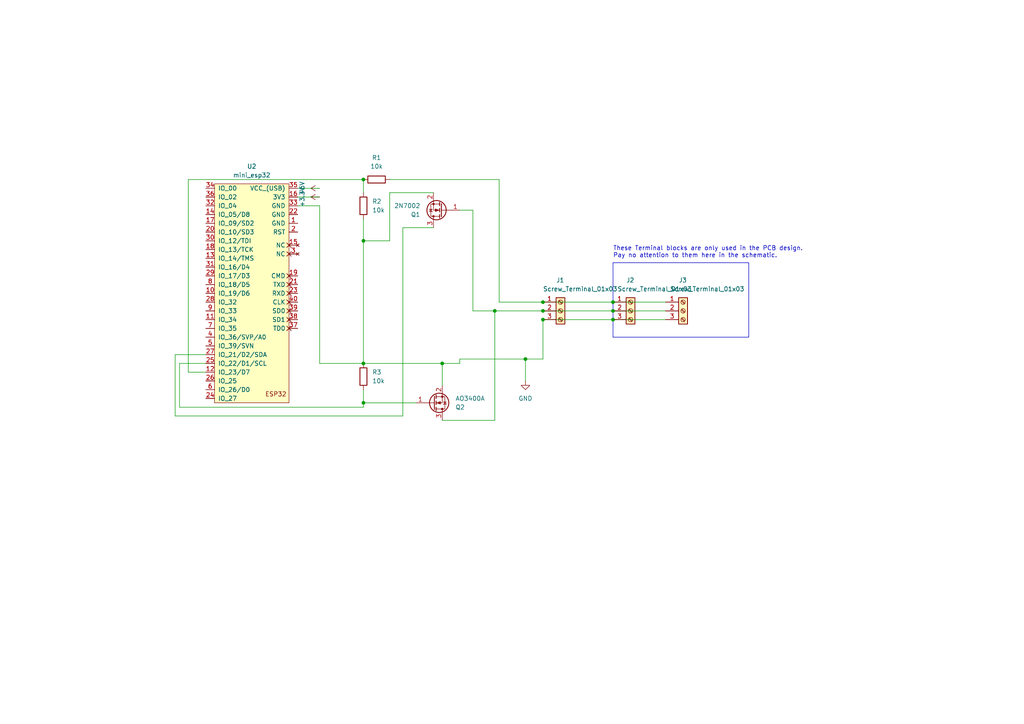
<source format=kicad_sch>
(kicad_sch (version 20230121) (generator eeschema)
  (paper "A4")
  (lib_symbols
    (symbol "Connector:Screw_Terminal_01x03" (pin_names (offset 1.016) hide)
      (property "Reference" "J" (at 0 5.08 0))
      (property "Value" "Screw_Terminal_01x03" (at 0 -5.08 0))
      (symbol "Screw_Terminal_01x03_1_1"
        (rectangle (start -1.27 3.81) (end 1.27 -3.81) (stroke (width 0.254)) (fill (type background)))
        (circle (center 0 -2.54) (radius 0.635) (stroke (width 0.1524)))
        (polyline (pts (xy -0.5334 -2.2098) (xy 0.3302 -3.048)) (stroke (width 0.1524)))
        (polyline (pts (xy -0.5334 0.3302) (xy 0.3302 -0.508)) (stroke (width 0.1524)))
        (polyline (pts (xy -0.5334 2.8702) (xy 0.3302 2.032)) (stroke (width 0.1524)))
        (polyline (pts (xy -0.3556 -2.032) (xy 0.508 -2.8702)) (stroke (width 0.1524)))
        (polyline (pts (xy -0.3556 0.508) (xy 0.508 -0.3302)) (stroke (width 0.1524)))
        (polyline (pts (xy -0.3556 3.048) (xy 0.508 2.2098)) (stroke (width 0.1524)))
        (circle (center 0 0) (radius 0.635) (stroke (width 0.1524)))
        (circle (center 0 2.54) (radius 0.635) (stroke (width 0.1524)))
        (pin passive line (at -5.08 2.54 0) (length 3.81) (name "Pin_1") (number "1"))
        (pin passive line (at -5.08 0 0) (length 3.81) (name "Pin_2") (number "2"))
        (pin passive line (at -5.08 -2.54 0) (length 3.81) (name "Pin_3") (number "3"))
      )
    )
    (symbol "Device:R" (pin_numbers hide) (pin_names (offset 0))
      (property "Reference" "R" (at 2.032 0 90))
      (property "Value" "R" (at 0 0 90))
      (symbol "R_0_1"
        (rectangle (start -1.016 -2.54) (end 1.016 2.54) (stroke (width 0.254)))
      )
      (symbol "R_1_1"
        (pin passive line (at 0 3.81 270) (length 1.27) (name "~") (number "1"))
        (pin passive line (at 0 -3.81 90) (length 1.27) (name "~") (number "2"))
      )
    )
    (symbol "ESP32_mini:mini_esp32" (pin_names (offset 1.016))
      (property "Reference" "U" (at -7.62 -50.8 0))
      (property "Value" "mini_esp32" (at 5.08 -59.69 0))
      (symbol "mini_esp32_0_0"
        (text "ESP32" (at 7.62 -62.23 0) (effects (font (size 1.27 1.27))))
        (pin power_in line (at 13.97 -12.7 180) (length 2.54) (name "GND") (number "1"))
        (pin input line (at 13.97 -15.24 180) (length 2.54) (name "RST") (number "2"))
        (pin no_connect non_logic (at 13.97 -21.59 180) (length 2.54) (name "NC") (number "3"))
        (pin bidirectional line (at -12.7 -45.72 0) (length 2.54) (name "IO_36/SVP/A0") (number "4"))
        (pin bidirectional line (at -12.7 -48.26 0) (length 2.54) (name "IO_39/SVN") (number "5"))
      )
      (symbol "mini_esp32_0_1"
        (rectangle (start -10.16 -1.27) (end 11.43 -64.77) (fill (type background)))
      )
      (symbol "mini_esp32_1_1"
        (pin bidirectional line (at -12.7 -33.02 0) (length 2.54) (name "IO_19/D6") (number "10"))
        (pin bidirectional line (at -12.7 -40.64 0) (length 2.54) (name "IO_34") (number "11"))
        (pin bidirectional line (at -12.7 -55.88 0) (length 2.54) (name "IO_23/D7") (number "12"))
        (pin bidirectional line (at -12.7 -22.86 0) (length 2.54) (name "IO_14/TMS") (number "13"))
        (pin bidirectional line (at -12.7 -10.16 0) (length 2.54) (name "IO_05/D8") (number "14"))
        (pin no_connect non_logic (at 13.97 -19.05 180) (length 2.54) (name "NC") (number "15"))
        (pin power_in line (at 13.97 -5.08 180) (length 2.54) (name "3V3") (number "16"))
        (pin bidirectional line (at -12.7 -12.7 0) (length 2.54) (name "IO_09/SD2") (number "17"))
        (pin bidirectional line (at -12.7 -20.32 0) (length 2.54) (name "IO_13/TCK") (number "18"))
        (pin passive non_logic (at 13.97 -27.94 180) (length 2.54) (name "CMD") (number "19"))
        (pin bidirectional line (at -12.7 -15.24 0) (length 2.54) (name "IO_10/SD3") (number "20"))
        (pin passive non_logic (at 13.97 -30.48 180) (length 2.54) (name "TXD") (number "21"))
        (pin power_in line (at 13.97 -10.16 180) (length 2.54) (name "GND") (number "22"))
        (pin passive non_logic (at 13.97 -33.02 180) (length 2.54) (name "RXD") (number "23"))
        (pin bidirectional line (at -12.7 -63.5 0) (length 2.54) (name "IO_27") (number "24"))
        (pin bidirectional line (at -12.7 -53.34 0) (length 2.54) (name "IO_22/D1/SCL") (number "25"))
        (pin bidirectional line (at -12.7 -58.42 0) (length 2.54) (name "IO_25") (number "26"))
        (pin bidirectional line (at -12.7 -50.8 0) (length 2.54) (name "IO_21/D2/SDA") (number "27"))
        (pin bidirectional line (at -12.7 -35.56 0) (length 2.54) (name "IO_32") (number "28"))
        (pin bidirectional line (at -12.7 -27.94 0) (length 2.54) (name "IO_17/D3") (number "29"))
        (pin bidirectional line (at -12.7 -17.78 0) (length 2.54) (name "IO_12/TDI") (number "30"))
        (pin bidirectional line (at -12.7 -25.4 0) (length 2.54) (name "IO_16/D4") (number "31"))
        (pin bidirectional line (at -12.7 -7.62 0) (length 2.54) (name "IO_04") (number "32"))
        (pin power_in line (at 13.97 -7.62 180) (length 2.54) (name "GND") (number "33"))
        (pin bidirectional line (at -12.7 -2.54 0) (length 2.54) (name "IO_00") (number "34"))
        (pin power_in line (at 13.97 -2.54 180) (length 2.54) (name "VCC_(USB)") (number "35"))
        (pin bidirectional line (at -12.7 -5.08 0) (length 2.54) (name "IO_02") (number "36"))
        (pin passive non_logic (at 13.97 -43.18 180) (length 2.54) (name "TD0") (number "37"))
        (pin passive non_logic (at 13.97 -40.64 180) (length 2.54) (name "SD1") (number "38"))
        (pin passive non_logic (at 13.97 -38.1 180) (length 2.54) (name "SD0") (number "39"))
        (pin passive non_logic (at 13.97 -35.56 180) (length 2.54) (name "CLK") (number "40"))
        (pin bidirectional line (at -12.7 -60.96 0) (length 2.54) (name "IO_26/D0") (number "6"))
        (pin bidirectional line (at -12.7 -43.18 0) (length 2.54) (name "IO_35") (number "7"))
        (pin bidirectional line (at -12.7 -30.48 0) (length 2.54) (name "IO_18/D5") (number "8"))
        (pin bidirectional line (at -12.7 -38.1 0) (length 2.54) (name "IO_33") (number "9"))
      )
    )
    (symbol "Transistor_FET:2N7002" (pin_names hide)
      (property "Reference" "Q" (at 5.08 1.905 0))
      (property "Value" "2N7002" (at 5.08 0 0))
      (symbol "2N7002_0_1"
        (polyline (pts (xy 0.254 0) (xy -2.54 0)))
        (polyline (pts (xy 0.254 1.905) (xy 0.254 -1.905)) (stroke (width 0.254)))
        (polyline (pts (xy 0.762 -1.27) (xy 0.762 -2.286)) (stroke (width 0.254)))
        (polyline (pts (xy 0.762 0.508) (xy 0.762 -0.508)) (stroke (width 0.254)))
        (polyline (pts (xy 0.762 2.286) (xy 0.762 1.27)) (stroke (width 0.254)))
        (polyline (pts (xy 2.54 2.54) (xy 2.54 1.778)))
        (polyline (pts (xy 2.54 -2.54) (xy 2.54 0) (xy 0.762 0)))
        (polyline (pts (xy 0.762 -1.778) (xy 3.302 -1.778) (xy 3.302 1.778) (xy 0.762 1.778)))
        (polyline (pts (xy 1.016 0) (xy 2.032 0.381) (xy 2.032 -0.381) (xy 1.016 0)) (fill (type outline)))
        (polyline (pts (xy 2.794 0.508) (xy 2.921 0.381) (xy 3.683 0.381) (xy 3.81 0.254)))
        (polyline (pts (xy 3.302 0.381) (xy 2.921 -0.254) (xy 3.683 -0.254) (xy 3.302 0.381)))
        (circle (center 1.651 0) (radius 2.794) (stroke (width 0.254)))
        (circle (center 2.54 -1.778) (radius 0.254) (fill (type outline)))
        (circle (center 2.54 1.778) (radius 0.254) (fill (type outline)))
      )
      (symbol "2N7002_1_1"
        (pin input line (at -5.08 0 0) (length 2.54) (name "G") (number "1"))
        (pin passive line (at 2.54 -5.08 90) (length 2.54) (name "S") (number "2"))
        (pin passive line (at 2.54 5.08 270) (length 2.54) (name "D") (number "3"))
      )
    )
    (symbol "Transistor_FET:AO3400A" (pin_names hide)
      (property "Reference" "Q" (at 5.08 1.905 0))
      (property "Value" "AO3400A" (at 5.08 0 0))
      (symbol "AO3400A_0_1"
        (polyline (pts (xy 0.254 0) (xy -2.54 0)))
        (polyline (pts (xy 0.254 1.905) (xy 0.254 -1.905)) (stroke (width 0.254)))
        (polyline (pts (xy 0.762 -1.27) (xy 0.762 -2.286)) (stroke (width 0.254)))
        (polyline (pts (xy 0.762 0.508) (xy 0.762 -0.508)) (stroke (width 0.254)))
        (polyline (pts (xy 0.762 2.286) (xy 0.762 1.27)) (stroke (width 0.254)))
        (polyline (pts (xy 2.54 2.54) (xy 2.54 1.778)))
        (polyline (pts (xy 2.54 -2.54) (xy 2.54 0) (xy 0.762 0)))
        (polyline (pts (xy 0.762 -1.778) (xy 3.302 -1.778) (xy 3.302 1.778) (xy 0.762 1.778)))
        (polyline (pts (xy 1.016 0) (xy 2.032 0.381) (xy 2.032 -0.381) (xy 1.016 0)) (fill (type outline)))
        (polyline (pts (xy 2.794 0.508) (xy 2.921 0.381) (xy 3.683 0.381) (xy 3.81 0.254)))
        (polyline (pts (xy 3.302 0.381) (xy 2.921 -0.254) (xy 3.683 -0.254) (xy 3.302 0.381)))
        (circle (center 1.651 0) (radius 2.794) (stroke (width 0.254)))
        (circle (center 2.54 -1.778) (radius 0.254) (fill (type outline)))
        (circle (center 2.54 1.778) (radius 0.254) (fill (type outline)))
      )
      (symbol "AO3400A_1_1"
        (pin input line (at -5.08 0 0) (length 2.54) (name "G") (number "1"))
        (pin passive line (at 2.54 -5.08 90) (length 2.54) (name "S") (number "2"))
        (pin passive line (at 2.54 5.08 270) (length 2.54) (name "D") (number "3"))
      )
    )
    (symbol "power:+3.3V" (power) (pin_names (offset 0))
      (property "Value" "+3.3V" (at 0 3.556 0))
      (symbol "+3.3V_0_1"
        (polyline (pts (xy -0.762 1.27) (xy 0 2.54)))
        (polyline (pts (xy 0 0) (xy 0 2.54)))
        (polyline (pts (xy 0 2.54) (xy 0.762 1.27)))
      )
      (symbol "+3.3V_1_1"
        (pin power_in line (at 0 0 90) (length 0) hide (name "+3.3V") (number "1"))
      )
    )
    (symbol "power:+5V" (power) (pin_names (offset 0))
      (property "Value" "+5V" (at 0 3.556 0))
      (symbol "+5V_0_1"
        (polyline (pts (xy -0.762 1.27) (xy 0 2.54)))
        (polyline (pts (xy 0 0) (xy 0 2.54)))
        (polyline (pts (xy 0 2.54) (xy 0.762 1.27)))
      )
      (symbol "+5V_1_1"
        (pin power_in line (at 0 0 90) (length 0) hide (name "+5V") (number "1"))
      )
    )
    (symbol "power:GND" (power) (pin_names (offset 0))
      (property "Value" "GND" (at 0 -3.81 0))
      (symbol "GND_0_1"
        (polyline (pts (xy 0 0) (xy 0 -1.27) (xy 1.27 -1.27) (xy 0 -2.54) (xy -1.27 -1.27) (xy 0 -1.27)))
      )
      (symbol "GND_1_1"
        (pin power_in line (at 0 0 270) (length 0) hide (name "GND") (number "1"))
      )
    )
  )
  (junction (at 177.8 90.17))
  (junction (at 105.41 105.41))
  (junction (at 157.48 92.71))
  (junction (at 152.4 104.14))
  (junction (at 157.48 87.63))
  (junction (at 177.8 92.71))
  (junction (at 177.8 87.63))
  (junction (at 105.41 69.85))
  (junction (at 105.41 52.07))
  (junction (at 157.48 90.17))
  (junction (at 128.27 105.41))
  (junction (at 143.51 90.17))
  (junction (at 105.41 116.84))
  (wire (pts (xy 177.8 92.71) (xy 193.04 92.71)))
  (wire (pts (xy 52.07 118.11) (xy 105.41 118.11)))
  (wire (pts (xy 128.27 121.92) (xy 143.51 121.92)))
  (wire (pts (xy 137.16 90.17) (xy 137.16 60.96)))
  (wire (pts (xy 133.35 60.96) (xy 137.16 60.96)))
  (wire (pts (xy 52.07 105.41) (xy 52.07 118.11)))
  (wire (pts (xy 143.51 90.17) (xy 137.16 90.17)))
  (wire (pts (xy 143.51 90.17) (xy 143.51 121.92)))
  (wire (pts (xy 113.03 55.88) (xy 113.03 69.85)))
  (wire (pts (xy 105.41 105.41) (xy 128.27 105.41)))
  (wire (pts (xy 177.8 90.17) (xy 193.04 90.17)))
  (wire (pts (xy 144.78 52.07) (xy 144.78 87.63)))
  (wire (pts (xy 105.41 63.5) (xy 105.41 69.85)))
  (wire (pts (xy 54.61 52.07) (xy 105.41 52.07)))
  (polyline (pts (xy 177.8 97.79) (xy 217.17 97.79)))
  (wire (pts (xy 59.69 102.87) (xy 50.8 102.87)))
  (wire (pts (xy 116.84 66.04) (xy 125.73 66.04)))
  (wire (pts (xy 86.36 54.61) (xy 92.71 54.61)))
  (wire (pts (xy 152.4 104.14) (xy 152.4 110.49)))
  (wire (pts (xy 116.84 120.65) (xy 116.84 66.04)))
  (wire (pts (xy 157.48 92.71) (xy 157.48 104.14)))
  (wire (pts (xy 105.41 118.11) (xy 105.41 116.84)))
  (polyline (pts (xy 177.8 76.2) (xy 217.17 76.2)))
  (wire (pts (xy 128.27 105.41) (xy 128.27 111.76)))
  (wire (pts (xy 125.73 55.88) (xy 113.03 55.88)))
  (wire (pts (xy 133.35 104.14) (xy 152.4 104.14)))
  (wire (pts (xy 157.48 92.71) (xy 177.8 92.71)))
  (wire (pts (xy 157.48 87.63) (xy 177.8 87.63)))
  (wire (pts (xy 128.27 105.41) (xy 133.35 105.41)))
  (wire (pts (xy 50.8 120.65) (xy 116.84 120.65)))
  (polyline (pts (xy 217.17 97.79) (xy 217.17 76.2)))
  (wire (pts (xy 59.69 105.41) (xy 52.07 105.41)))
  (wire (pts (xy 157.48 90.17) (xy 177.8 90.17)))
  (wire (pts (xy 120.65 116.84) (xy 105.41 116.84)))
  (wire (pts (xy 50.8 102.87) (xy 50.8 120.65)))
  (wire (pts (xy 92.71 105.41) (xy 105.41 105.41)))
  (wire (pts (xy 113.03 69.85) (xy 105.41 69.85)))
  (wire (pts (xy 105.41 116.84) (xy 105.41 113.03)))
  (wire (pts (xy 157.48 104.14) (xy 152.4 104.14)))
  (wire (pts (xy 113.03 52.07) (xy 144.78 52.07)))
  (wire (pts (xy 177.8 87.63) (xy 193.04 87.63)))
  (wire (pts (xy 54.61 107.95) (xy 54.61 52.07)))
  (wire (pts (xy 133.35 104.14) (xy 133.35 105.41)))
  (wire (pts (xy 86.36 57.15) (xy 92.71 57.15)))
  (wire (pts (xy 92.71 59.69) (xy 92.71 105.41)))
  (wire (pts (xy 86.36 59.69) (xy 92.71 59.69)))
  (wire (pts (xy 105.41 69.85) (xy 105.41 105.41)))
  (polyline (pts (xy 177.8 76.2) (xy 177.8 97.79)))
  (wire (pts (xy 144.78 87.63) (xy 157.48 87.63)))
  (wire (pts (xy 157.48 90.17) (xy 143.51 90.17)))
  (wire (pts (xy 54.61 107.95) (xy 59.69 107.95)))
  (wire (pts (xy 105.41 52.07) (xy 105.41 55.88)))
  (text "These Terminal blocks are only used in the PCB design.\nPay no attention to them here in the schematic." (at 177.8 74.93 0) (effects (font (size 1.27 1.27)) (justify left bottom)))
  (symbol (lib_id "power:+5V") (at 92.71 54.61 90) (mirror x) (unit 1)
    (property "Reference" "#PWR03" (effects hide))
    (property "Value" "+5V" (at 87.63 54.61 0))
  )
  (symbol (lib_id "Device:R") (at 105.41 109.22 0) (unit 1)
    (property "Reference" "R3" (at 107.95 107.95 0) (effects (justify left)))
    (property "Value" "10k" (at 107.95 110.49 0) (effects (justify left)))
    (property "Footprint" "Resistor_SMD:R_0805_2012Metric" (effects hide))
  )
  (symbol (lib_id "ESP32_mini:mini_esp32") (at 72.39 52.07 0) (unit 1)
    (property "Reference" "U2" (at 73.025 48.26 0))
    (property "Value" "mini_esp32" (at 73.025 50.8 0))
    (property "Footprint" "ESP32_mini:ESP32_mini" (effects hide))
  )
  (symbol (lib_id "Connector:Screw_Terminal_01x03") (at 182.88 90.17 0) (unit 1)
    (property "Reference" "J2" (at 181.61 81.28 0) (effects (justify left)))
    (property "Value" "Screw_Terminal_01x03" (at 179.07 83.82 0) (effects (justify left)))
    (property "Footprint" "Connector_Phoenix_MC:PhoenixContact_MCV_1,5_3-G-3.5_1x03_P3.50mm_Vertical" (effects hide))
  )
  (symbol (lib_id "Connector:Screw_Terminal_01x03") (at 162.56 90.17 0) (unit 1)
    (property "Reference" "J1" (at 161.29 81.28 0) (effects (justify left)))
    (property "Value" "Screw_Terminal_01x03" (at 157.48 83.82 0) (effects (justify left)))
    (property "Footprint" "TerminalBlock_Phoenix:TerminalBlock_Phoenix_MKDS-1,5-3_1x03_P5.00mm_Horizontal" (effects hide))
  )
  (symbol (lib_id "Device:R") (at 105.41 59.69 0) (unit 1)
    (property "Reference" "R2" (at 107.95 58.42 0) (effects (justify left)))
    (property "Value" "10k" (at 107.95 60.96 0) (effects (justify left)))
    (property "Footprint" "Resistor_SMD:R_0805_2012Metric" (effects hide))
  )
  (symbol (lib_id "power:GND") (at 152.4 110.49 0) (unit 1)
    (property "Reference" "#PWR01" (effects hide))
    (property "Value" "GND" (at 152.4 115.57 0))
  )
  (symbol (lib_id "Transistor_FET:AO3400A") (at 125.73 116.84 0) (mirror x) (unit 1)
    (property "Reference" "Q2" (at 132.08 118.11 0) (effects (justify left)))
    (property "Value" "AO3400A" (at 132.08 115.57 0) (effects (justify left)))
    (property "Footprint" "Package_TO_SOT_SMD:SOT-23" (effects hide))
    (property "Datasheet" "http://www.aosmd.com/pdfs/datasheet/AO3400A.pdf" (effects hide))
  )
  (symbol (lib_id "Connector:Screw_Terminal_01x03") (at 198.12 90.17 0) (unit 1)
    (property "Reference" "J3" (at 196.85 81.28 0) (effects (justify left)))
    (property "Value" "Screw_Terminal_01x03" (at 194.31 83.82 0) (effects (justify left)))
    (property "Footprint" "Connector_PinSocket_2.54mm:PinSocket_1x03_P2.54mm_Vertical" (effects hide))
  )
  (symbol (lib_id "Device:R") (at 109.22 52.07 270) (unit 1)
    (property "Reference" "R1" (at 109.22 45.72 90))
    (property "Value" "10k" (at 109.22 48.26 90))
    (property "Footprint" "Resistor_SMD:R_0805_2012Metric" (effects hide))
  )
  (symbol (lib_id "Transistor_FET:2N7002") (at 128.27 60.96 180) (unit 1)
    (property "Reference" "Q1" (at 121.92 62.23 0) (effects (justify left)))
    (property "Value" "2N7002" (at 121.92 59.69 0) (effects (justify left)))
    (property "Footprint" "Package_TO_SOT_SMD:SOT-23" (effects hide))
    (property "Datasheet" "https://www.onsemi.com/pub/Collateral/NDS7002A-D.PDF" (effects hide))
  )
  (symbol (lib_id "power:+3.3V") (at 92.71 57.15 90) (mirror x) (unit 1)
    (property "Reference" "#PWR02" (effects hide))
    (property "Value" "+3.3V" (at 87.63 57.15 0))
  )
)
</source>
